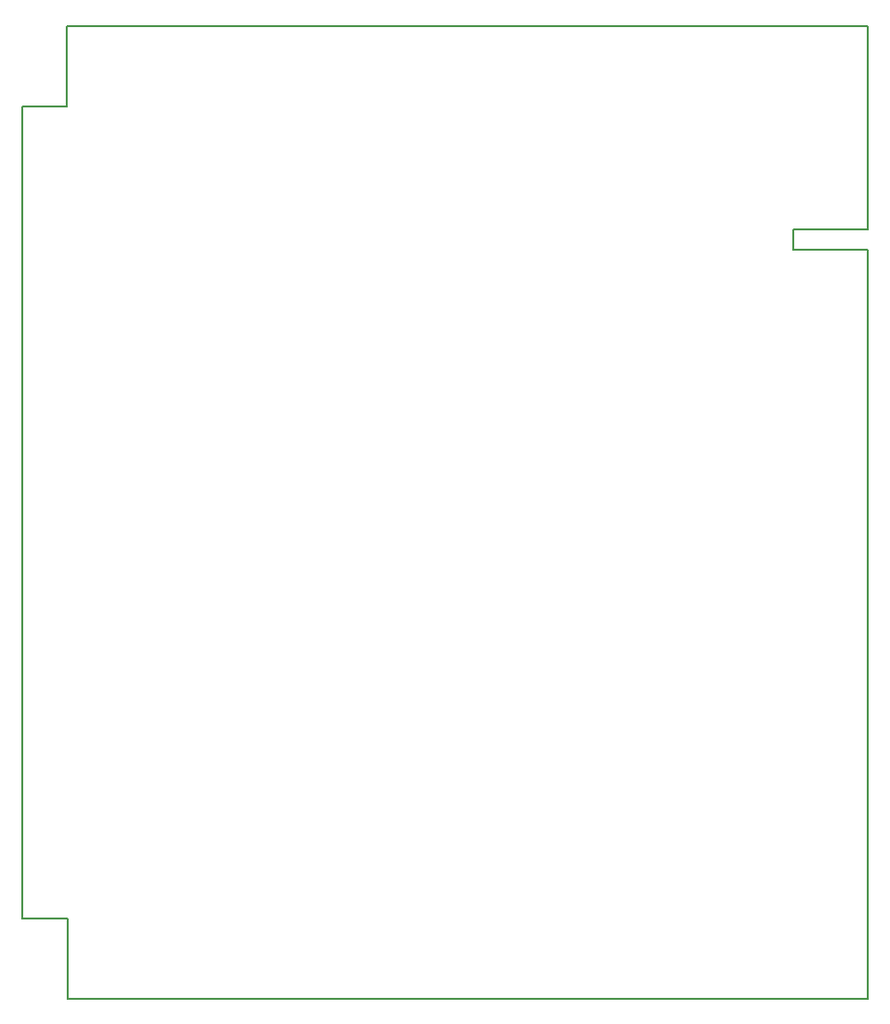
<source format=gbr>
G04 #@! TF.FileFunction,Drawing*
%FSLAX46Y46*%
G04 Gerber Fmt 4.6, Leading zero omitted, Abs format (unit mm)*
G04 Created by KiCad (PCBNEW 4.0.0-stable) date Tue 15 Mar 2016 09:50:34 PM CET*
%MOMM*%
G01*
G04 APERTURE LIST*
%ADD10C,0.150000*%
%ADD11C,0.200000*%
G04 APERTURE END LIST*
D10*
D11*
X184500000Y-45900000D02*
X114400000Y-45900000D01*
X184500000Y-131000000D02*
X184500000Y-130900000D01*
X114500000Y-131000000D02*
X184500000Y-131000000D01*
X114500000Y-124000000D02*
X114500000Y-131000000D01*
X110500000Y-124000000D02*
X114500000Y-124000000D01*
X110500000Y-53000000D02*
X110500000Y-124000000D01*
X114400000Y-53000000D02*
X110500000Y-53000000D01*
X114400000Y-45900000D02*
X114400000Y-53000000D01*
X184500000Y-63700000D02*
X184500000Y-45900000D01*
X178000000Y-63700000D02*
X184500000Y-63700000D01*
X178000000Y-65500000D02*
X178000000Y-63700000D01*
X184500000Y-65500000D02*
X178000000Y-65500000D01*
X184500000Y-130900000D02*
X184500000Y-65500000D01*
M02*

</source>
